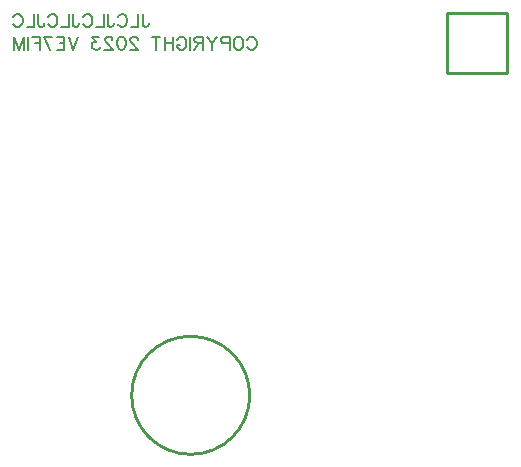
<source format=gbo>
G04 Layer: BottomSilkscreenLayer*
G04 Panelize: , Column: 2, Row: 2, Board Size: 58.42mm x 58.42mm, Panelized Board Size: 118.84mm x 118.84mm*
G04 EasyEDA v6.5.39, 2023-12-29 12:41:37*
G04 1036578b268b45588bb37d4cc57348ec,5a6b42c53f6a479593ecc07194224c93,10*
G04 Gerber Generator version 0.2*
G04 Scale: 100 percent, Rotated: No, Reflected: No *
G04 Dimensions in millimeters *
G04 leading zeros omitted , absolute positions ,4 integer and 5 decimal *
%FSLAX45Y45*%
%MOMM*%

%ADD10C,0.1524*%
%ADD11C,0.1520*%
%ADD12C,0.2540*%

%LPD*%
D10*
X2754167Y5486862D02*
G01*
X2759364Y5497253D01*
X2769755Y5507644D01*
X2780144Y5512838D01*
X2800926Y5512838D01*
X2811317Y5507644D01*
X2821708Y5497253D01*
X2826905Y5486862D01*
X2832100Y5471274D01*
X2832100Y5445297D01*
X2826905Y5429712D01*
X2821708Y5419321D01*
X2811317Y5408929D01*
X2800926Y5403735D01*
X2780144Y5403735D01*
X2769755Y5408929D01*
X2759364Y5419321D01*
X2754167Y5429712D01*
X2688704Y5512838D02*
G01*
X2699095Y5507644D01*
X2709486Y5497253D01*
X2714683Y5486862D01*
X2719877Y5471274D01*
X2719877Y5445297D01*
X2714683Y5429712D01*
X2709486Y5419321D01*
X2699095Y5408929D01*
X2688704Y5403735D01*
X2667924Y5403735D01*
X2657533Y5408929D01*
X2647142Y5419321D01*
X2641945Y5429712D01*
X2636751Y5445297D01*
X2636751Y5471274D01*
X2641945Y5486862D01*
X2647142Y5497253D01*
X2657533Y5507644D01*
X2667924Y5512838D01*
X2688704Y5512838D01*
X2602461Y5512838D02*
G01*
X2602461Y5403735D01*
X2602461Y5512838D02*
G01*
X2555702Y5512838D01*
X2540114Y5507644D01*
X2534920Y5502447D01*
X2529725Y5492056D01*
X2529725Y5476471D01*
X2534920Y5466079D01*
X2540114Y5460885D01*
X2555702Y5455688D01*
X2602461Y5455688D01*
X2495435Y5512838D02*
G01*
X2453871Y5460885D01*
X2453871Y5403735D01*
X2412306Y5512838D02*
G01*
X2453871Y5460885D01*
X2378016Y5512838D02*
G01*
X2378016Y5403735D01*
X2378016Y5512838D02*
G01*
X2331257Y5512838D01*
X2315672Y5507644D01*
X2310475Y5502447D01*
X2305281Y5492056D01*
X2305281Y5481665D01*
X2310475Y5471274D01*
X2315672Y5466079D01*
X2331257Y5460885D01*
X2378016Y5460885D01*
X2341648Y5460885D02*
G01*
X2305281Y5403735D01*
X2270991Y5512838D02*
G01*
X2270991Y5403735D01*
X2158768Y5486862D02*
G01*
X2163965Y5497253D01*
X2174354Y5507644D01*
X2184745Y5512838D01*
X2205527Y5512838D01*
X2215918Y5507644D01*
X2226309Y5497253D01*
X2231504Y5486862D01*
X2236701Y5471274D01*
X2236701Y5445297D01*
X2231504Y5429712D01*
X2226309Y5419321D01*
X2215918Y5408929D01*
X2205527Y5403735D01*
X2184745Y5403735D01*
X2174354Y5408929D01*
X2163965Y5419321D01*
X2158768Y5429712D01*
X2158768Y5445297D01*
X2184745Y5445297D02*
G01*
X2158768Y5445297D01*
X2124478Y5512838D02*
G01*
X2124478Y5403735D01*
X2051743Y5512838D02*
G01*
X2051743Y5403735D01*
X2124478Y5460885D02*
G01*
X2051743Y5460885D01*
X1981085Y5512838D02*
G01*
X1981085Y5403735D01*
X2017453Y5512838D02*
G01*
X1944715Y5512838D01*
X1825221Y5486862D02*
G01*
X1825221Y5492056D01*
X1820024Y5502447D01*
X1814829Y5507644D01*
X1804438Y5512838D01*
X1783656Y5512838D01*
X1773265Y5507644D01*
X1768071Y5502447D01*
X1762874Y5492056D01*
X1762874Y5481665D01*
X1768071Y5471274D01*
X1778462Y5455688D01*
X1830415Y5403735D01*
X1757679Y5403735D01*
X1692216Y5512838D02*
G01*
X1707804Y5507644D01*
X1718195Y5492056D01*
X1723389Y5466079D01*
X1723389Y5450494D01*
X1718195Y5424515D01*
X1707804Y5408929D01*
X1692216Y5403735D01*
X1681825Y5403735D01*
X1666239Y5408929D01*
X1655848Y5424515D01*
X1650654Y5450494D01*
X1650654Y5466079D01*
X1655848Y5492056D01*
X1666239Y5507644D01*
X1681825Y5512838D01*
X1692216Y5512838D01*
X1611167Y5486862D02*
G01*
X1611167Y5492056D01*
X1605973Y5502447D01*
X1600776Y5507644D01*
X1590385Y5512838D01*
X1569605Y5512838D01*
X1559214Y5507644D01*
X1554017Y5502447D01*
X1548823Y5492056D01*
X1548823Y5481665D01*
X1554017Y5471274D01*
X1564408Y5455688D01*
X1616364Y5403735D01*
X1543626Y5403735D01*
X1498945Y5512838D02*
G01*
X1441795Y5512838D01*
X1472968Y5471274D01*
X1457383Y5471274D01*
X1446992Y5466079D01*
X1441795Y5460885D01*
X1436601Y5445297D01*
X1436601Y5434906D01*
X1441795Y5419321D01*
X1452186Y5408929D01*
X1467774Y5403735D01*
X1483360Y5403735D01*
X1498945Y5408929D01*
X1504142Y5414124D01*
X1509336Y5424515D01*
X1322301Y5512838D02*
G01*
X1280736Y5403735D01*
X1239174Y5512838D02*
G01*
X1280736Y5403735D01*
X1204884Y5512838D02*
G01*
X1204884Y5403735D01*
X1204884Y5512838D02*
G01*
X1137343Y5512838D01*
X1204884Y5460885D02*
G01*
X1163320Y5460885D01*
X1204884Y5403735D02*
G01*
X1137343Y5403735D01*
X1030315Y5512838D02*
G01*
X1082271Y5403735D01*
X1103053Y5512838D02*
G01*
X1030315Y5512838D01*
X996025Y5512838D02*
G01*
X996025Y5403735D01*
X996025Y5512838D02*
G01*
X928484Y5512838D01*
X996025Y5460885D02*
G01*
X954463Y5460885D01*
X894194Y5512838D02*
G01*
X894194Y5403735D01*
X859904Y5512838D02*
G01*
X859904Y5403735D01*
X859904Y5512838D02*
G01*
X818342Y5403735D01*
X776777Y5512838D02*
G01*
X818342Y5403735D01*
X776777Y5512838D02*
G01*
X776777Y5403735D01*
D11*
X1865744Y5703338D02*
G01*
X1865744Y5620212D01*
X1870941Y5604624D01*
X1876135Y5599429D01*
X1886526Y5594235D01*
X1896917Y5594235D01*
X1907308Y5599429D01*
X1912505Y5604624D01*
X1917700Y5620212D01*
X1917700Y5630603D01*
X1831454Y5703338D02*
G01*
X1831454Y5594235D01*
X1831454Y5594235D02*
G01*
X1769110Y5594235D01*
X1656887Y5677362D02*
G01*
X1662084Y5687753D01*
X1672475Y5698144D01*
X1682864Y5703338D01*
X1703646Y5703338D01*
X1714037Y5698144D01*
X1724428Y5687753D01*
X1729625Y5677362D01*
X1734820Y5661774D01*
X1734820Y5635797D01*
X1729625Y5620212D01*
X1724428Y5609821D01*
X1714037Y5599429D01*
X1703646Y5594235D01*
X1682864Y5594235D01*
X1672475Y5599429D01*
X1662084Y5609821D01*
X1656887Y5620212D01*
X1570644Y5703338D02*
G01*
X1570644Y5620212D01*
X1575838Y5604624D01*
X1581035Y5599429D01*
X1591424Y5594235D01*
X1601815Y5594235D01*
X1612206Y5599429D01*
X1617403Y5604624D01*
X1622597Y5620212D01*
X1622597Y5630603D01*
X1536354Y5703338D02*
G01*
X1536354Y5594235D01*
X1536354Y5594235D02*
G01*
X1474007Y5594235D01*
X1361785Y5677362D02*
G01*
X1366982Y5687753D01*
X1377373Y5698144D01*
X1387764Y5703338D01*
X1408544Y5703338D01*
X1418935Y5698144D01*
X1429326Y5687753D01*
X1434523Y5677362D01*
X1439717Y5661774D01*
X1439717Y5635797D01*
X1434523Y5620212D01*
X1429326Y5609821D01*
X1418935Y5599429D01*
X1408544Y5594235D01*
X1387764Y5594235D01*
X1377373Y5599429D01*
X1366982Y5609821D01*
X1361785Y5620212D01*
X1275542Y5703338D02*
G01*
X1275542Y5620212D01*
X1280736Y5604624D01*
X1285933Y5599429D01*
X1296324Y5594235D01*
X1306715Y5594235D01*
X1317104Y5599429D01*
X1322301Y5604624D01*
X1327495Y5620212D01*
X1327495Y5630603D01*
X1241252Y5703338D02*
G01*
X1241252Y5594235D01*
X1241252Y5594235D02*
G01*
X1178905Y5594235D01*
X1066685Y5677362D02*
G01*
X1071879Y5687753D01*
X1082271Y5698144D01*
X1092662Y5703338D01*
X1113444Y5703338D01*
X1123835Y5698144D01*
X1134224Y5687753D01*
X1139421Y5677362D01*
X1144615Y5661774D01*
X1144615Y5635797D01*
X1139421Y5620212D01*
X1134224Y5609821D01*
X1123835Y5599429D01*
X1113444Y5594235D01*
X1092662Y5594235D01*
X1082271Y5599429D01*
X1071879Y5609821D01*
X1066685Y5620212D01*
X980439Y5703338D02*
G01*
X980439Y5620212D01*
X985634Y5604624D01*
X990831Y5599429D01*
X1001222Y5594235D01*
X1011613Y5594235D01*
X1022004Y5599429D01*
X1027198Y5604624D01*
X1032395Y5620212D01*
X1032395Y5630603D01*
X946150Y5703338D02*
G01*
X946150Y5594235D01*
X946150Y5594235D02*
G01*
X883805Y5594235D01*
X771583Y5677362D02*
G01*
X776777Y5687753D01*
X787168Y5698144D01*
X797560Y5703338D01*
X818342Y5703338D01*
X828733Y5698144D01*
X839124Y5687753D01*
X844318Y5677362D01*
X849515Y5661774D01*
X849515Y5635797D01*
X844318Y5620212D01*
X839124Y5609821D01*
X828733Y5599429D01*
X818342Y5594235D01*
X797560Y5594235D01*
X787168Y5599429D01*
X776777Y5609821D01*
X771583Y5620212D01*
D12*
G75*
G01
X2773299Y2476500D02*
G03X2773299Y2476500I-499999J0D01*
X4445000Y5715000D02*
G01*
X4953000Y5715000D01*
X4953000Y5207000D01*
X4445000Y5207000D01*
X4445000Y5715000D01*
M02*

</source>
